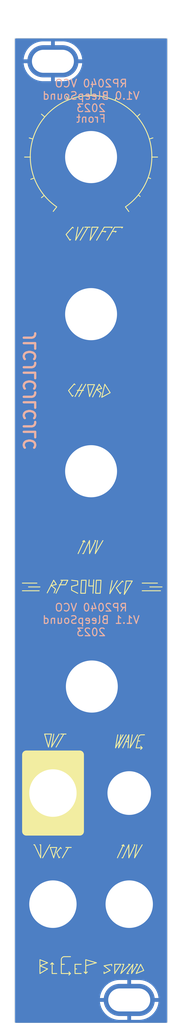
<source format=kicad_pcb>
(kicad_pcb (version 20221018) (generator pcbnew)
  (layers (0 "F.Cu" signal) (31 "B.Cu" signal) (34 "B.Paste" user) (35 "F.Paste" user) (36 "B.SilkS" user "B.Silkscreen") (37 "F.SilkS" user "F.Silkscreen") (38 "B.Mask" user) (39 "F.Mask" user) (44 "Edge.Cuts" user))
  (net 0 "")
  (net 1 "GND")
  (footprint "Synth:Doepfer Mounting hole" (layer "F.Cu") (at 116.5 30)
    (fp_text reference "H1" hide)
    (fp_text value "MountingHole_Pad")
    (pad "1" thru_hole oval (at 0 0) (size 6.7 4.2) (drill oval 5.5 3) (layers "*.Cu" "*.Mask") (net 1 "GND"))
  )
  (footprint "Synth:Doepfer Mounting hole" (layer "F.Cu") (at 126.5 152.5)
    (fp_text reference "H4" hide)
    (fp_text value "MountingHole_Pad")
    (pad "1" thru_hole oval (at 0 0) (size 6.7 4.2) (drill oval 5.5 3) (layers "*.Cu" "*.Mask") (net 1 "GND"))
  )
  (gr_line (start 115.8 147.65) (end 114.8 147.25) (stroke (width 0.12)) (layer "F.SilkS"))
  (gr_line (start 120.6 148.85) (end 120.8 149.05) (stroke (width 0.12)) (layer "F.SilkS"))
  (gr_line (start 125.4 147.85) (end 124.6 147.85) (stroke (width 0.12)) (layer "F.SilkS"))
  (gr_line (start 128 147.85) (end 128.4 148.65) (stroke (width 0.12)) (layer "F.SilkS"))
  (gr_line (start 126.9 97.825) (end 125.85 99.575) (stroke (width 0.12)) (layer "F.SilkS"))
  (gr_line (start 125.1 119.6) (end 126.1 117.9) (stroke (width 0.12)) (layer "F.SilkS"))
  (gr_line (start 118.55 72.975) (end 119.05 73.725) (stroke (width 0.12)) (layer "F.SilkS"))
  (gr_line (start 116.15 132.6) (end 117 132.6) (stroke (width 0.12)) (layer "F.SilkS"))
  (gr_line (start 124.25 97.775) (end 123.95 99.475) (stroke (width 0.12)) (layer "F.SilkS"))
  (gr_line (start 118.5 132.65) (end 117.75 133.95) (stroke (width 0.12)) (layer "F.SilkS"))
  (gr_line (start 120.8 149.05) (end 120.8 148.85) (stroke (width 0.12)) (layer "F.SilkS"))
  (gr_line (start 122.2 147.65) (end 120.8 148.05) (stroke (width 0.12)) (layer "F.SilkS"))
  (gr_line (start 116.615 117.8) (end 116.315 119.5) (stroke (width 0.12)) (layer "F.SilkS"))
  (gr_line (start 128.2 119.6) (end 128 119.8) (stroke (width 0.12)) (layer "F.SilkS"))
  (gr_line (start 121.625 51.65) (end 122.425 51.65) (stroke (width 0.12)) (layer "F.SilkS"))
  (gr_line (start 123.95 99.475) (end 124.95 97.775) (stroke (width 0.12)) (layer "F.SilkS"))
  (gr_arc (start 117 49) (mid 121.5 34.462851) (end 126 49) (stroke (width 0.12)) (layer "F.SilkS"))
  (gr_line (start 127.6 118.7) (end 127.9 118.7) (stroke (width 0.12)) (layer "F.SilkS"))
  (gr_line (start 114.9 133.95) (end 114.9 132.25) (stroke (width 0.12)) (layer "F.SilkS"))
  (gr_line (start 129.3 45.3) (end 128.99 45.19) (stroke (width 0.12)) (layer "F.SilkS"))
  (gr_line (start 118.725 53.35) (end 118.825 53.25) (stroke (width 0.12)) (layer "F.SilkS"))
  (gr_line (start 120.3 72.15) (end 119.4 73.75) (stroke (width 0.12)) (layer "F.SilkS"))
  (gr_line (start 115.415 117.8) (end 116.315 117.8) (stroke (width 0.12)) (layer "F.SilkS"))
  (gr_line (start 118.15 98.325) (end 117.35 98.325) (stroke (width 0.12)) (layer "F.SilkS"))
  (gr_line (start 126.45 132.25) (end 126.45 133.95) (stroke (width 0.12)) (layer "F.SilkS"))
  (gr_line (start 127 147.85) (end 126.2 149.05) (stroke (width 0.12)) (layer "F.SilkS"))
  (gr_line (start 118 146.85) (end 118.8 146.85) (stroke (width 0.12)) (layer "F.SilkS"))
  (gr_line (start 117.5 132.6) (end 117 133.25) (stroke (width 0.12)) (layer "F.SilkS"))
  (gr_line (start 118.225 52.6) (end 118.725 53.35) (stroke (width 0.12)) (layer "F.SilkS"))
  (gr_line (start 127.6 147.85) (end 127.4 147.85) (stroke (width 0.12)) (layer "F.SilkS"))
  (gr_line (start 119.75 97.825) (end 119.75 98.325) (stroke (width 0.12)) (layer "F.SilkS"))
  (gr_line (start 120.75 99.425) (end 120.15 99.425) (stroke (width 0.12)) (layer "F.SilkS"))
  (gr_line (start 121.25 97.675) (end 121.2 98.475) (stroke (width 0.12)) (layer "F.SilkS"))
  (gr_line (start 123.325 52.3) (end 123.425 52.2) (stroke (width 0.12)) (layer "F.SilkS"))
  (gr_line (start 130.6 99.1) (end 128.2 99.1) (stroke (width 0.12)) (layer "F.SilkS"))
  (gr_line (start 126.8 149.05) (end 127.6 147.85) (stroke (width 0.12)) (layer "F.SilkS"))
  (gr_line (start 116.4 149.05) (end 117 149.05) (stroke (width 0.12)) (layer "F.SilkS"))
  (gr_line (start 123.225 51.65) (end 122.225 53.35) (stroke (width 0.12)) (layer "F.SilkS"))
  (gr_line (start 118.45 97.725) (end 118.15 98.325) (stroke (width 0.12)) (layer "F.SilkS"))
  (gr_line (start 115.915 119.5) (end 115.415 117.8) (stroke (width 0.12)) (layer "F.SilkS"))
  (gr_line (start 122.2 97.725) (end 122.8 97.725) (stroke (width 0.12)) (layer "F.SilkS"))
  (gr_line (start 118.95 97.725) (end 119.75 97.825) (stroke (width 0.12)) (layer "F.SilkS"))
  (gr_line (start 119.4 147.85) (end 120.2 147.85) (stroke (width 0.12)) (layer "F.SilkS"))
  (gr_line (start 118.2 132.6) (end 118.9 132.6) (stroke (width 0.12)) (layer "F.SilkS"))
  (gr_line (start 118.95 98.525) (end 118.95 99.025) (stroke (width 0.12)) (layer "F.SilkS"))
  (gr_line (start 128 147.85) (end 127.4 149.05) (stroke (width 0.12)) (layer "F.SilkS"))
  (gr_line (start 122.55 72.15) (end 122.9 72.7) (stroke (width 0.12)) (layer "F.SilkS"))
  (gr_line (start 119.775 51.65) (end 119.475 53.35) (stroke (width 0.12)) (layer "F.SilkS"))
  (gr_line (start 121.375 53.35) (end 121.625 51.65) (stroke (width 0.12)) (layer "F.SilkS"))
  (gr_line (start 125.3 99.475) (end 125.4 99.325) (stroke (width 0.12)) (layer "F.SilkS"))
  (gr_line (start 121.2 98.475) (end 121.8 98.475) (stroke (width 0.12)) (layer "F.SilkS"))
  (gr_line (start 125.6 97.825) (end 124.8 98.725) (stroke (width 0.12)) (layer "F.SilkS"))
  (gr_line (start 112.5 98.1) (end 114.4 98.1) (stroke (width 0.12)) (layer "F.SilkS"))
  (gr_line (start 117.75 97.725) (end 116.9 99.425) (stroke (width 0.12)) (layer "F.SilkS"))
  (gr_line (start 122.9 72.7) (end 122.25 72.85) (stroke (width 0.12)) (layer "F.SilkS"))
  (gr_line (start 116.4 147.65) (end 116.4 149.05) (stroke (width 0.12)) (layer "F.SilkS"))
  (gr_line (start 126.6 119.6) (end 127.6 117.9) (stroke (width 0.12)) (layer "F.SilkS"))
  (gr_line (start 117.515 117.8) (end 118.215 117.8) (stroke (width 0.12)) (layer "F.SilkS"))
  (gr_line (start 122.35 92.55) (end 122.05 94.25) (stroke (width 0.12)) (layer "F.SilkS"))
  (gr_line (start 127.2 133.95) (end 128.2 132.25) (stroke (width 0.12)) (layer "F.SilkS"))
  (gr_line (start 125.6 97.825) (end 125.7 97.925) (stroke (width 0.12)) (layer "F.SilkS"))
  (gr_line (start 120.5 94.25) (end 121.3 92.55) (stroke (width 0.12)) (layer "F.SilkS"))
  (gr_line (start 119.3 72.1) (end 119.4 72.2) (stroke (width 0.12)) (layer "F.SilkS"))
  (gr_line (start 113.6 45.4) (end 114.04 45.24) (stroke (width 0.12)) (layer "F.SilkS"))
  (gr_line (start 117.6 147.25) (end 117.6 149.05) (stroke (width 0.12)) (layer "F.SilkS"))
  (gr_line (start 120.6 92.55) (end 120.7 92.75) (stroke (width 0.12)) (layer "F.SilkS"))
  (gr_line (start 127.89 36.9) (end 127.54 37.22) (stroke (width 0.12)) (layer "F.SilkS"))
  (gr_line (start 113.3 98.6) (end 114.8 98.6) (stroke (width 0.12)) (layer "F.SilkS"))
  (gr_line (start 117 132.6) (end 116.6 133.95) (stroke (width 0.12)) (layer "F.SilkS"))
  (gr_line (start 117.3 133.95) (end 117.4 133.85) (stroke (width 0.12)) (layer "F.SilkS"))
  (gr_line (start 123.225 51.65) (end 124.275 51.65) (stroke (width 0.12)) (layer "F.SilkS"))
  (gr_line (start 125.4 149.05) (end 126.6 147.85) (stroke (width 0.12)) (layer "F.SilkS"))
  (gr_line (start 122.9 73.85) (end 124 73.25) (stroke (width 0.12)) (layer "F.SilkS"))
  (gr_line (start 114.1 132.25) (end 114 132.25) (stroke (width 0.12)) (layer "F.SilkS"))
  (gr_line (start 123.2 148.05) (end 124 148.65) (stroke (width 0.12)) (layer "F.SilkS"))
  (gr_line (start 125.85 99.575) (end 126.1 97.825) (stroke (width 0.12)) (layer "F.SilkS"))
  (gr_line (start 122.1 99.425) (end 122.2 97.725) (stroke (width 0.12)) (layer "F.SilkS"))
  (gr_line (start 126.2 149.05) (end 126.4 149.05) (stroke (width 0.12)) (layer "F.SilkS"))
  (gr_line (start 120.5 94.25) (end 120.4 94.25) (stroke (width 0.12)) (layer "F.SilkS"))
  (gr_poly (pts (xy 112.514999 130.500001) (xy 112.517138 130.565546) (xy 112.551067 130.692168) (xy 112.616611 130.805695) (xy 112.709305 130.898389) (xy 112.822832 130.963933) (xy 112.949454 130.997862) (xy 113.014999 131.000001) (xy 120.015001 131.000001) (xy 120.080546 130.997862) (xy 120.207168 130.963933) (xy 120.320695 130.898389) (xy 120.413389 130.805695) (xy 120.478933 130.692168) (xy 120.512862 130.565546) (xy 120.515001 130.500001) (xy 120.515 120.5) (xy 120.512861 120.434455) (xy 120.478933 120.307833) (xy 120.413388 120.194306) (xy 120.320694 120.101612) (xy 120.207167 120.036067) (xy 120.080545 120.002139) (xy 120.015 120) (xy 113.014999 119.999999) (xy 112.949454 120.002138) (xy 112.822832 120.036067) (xy 112.709305 120.101611) (xy 112.616611 120.194305) (xy 112.551067 120.307832) (xy 112.517138 120.434454) (xy 112.514999 120.499999)) (stroke (width 0.1)) (fill solid) (layer "F.SilkS"))
  (gr_line (start 126.6 147.85) (end 126.4 147.85) (stroke (width 0.12)) (layer "F.SilkS"))
  (gr_line (start 122.8 97.725) (end 122.7 99.425) (stroke (width 0.12)) (layer "F.SilkS"))
  (gr_line (start 128.1 117.9) (end 128.5 117.9) (stroke (width 0.12)) (layer "F.SilkS"))
  (gr_line (start 120.8 149.05) (end 121 148.85) (stroke (width 0.12)) (layer "F.SilkS"))
  (gr_line (start 122.7 99.425) (end 122.1 99.425) (stroke (width 0.12)) (layer "F.SilkS"))
  (gr_line (start 125.75 132.25) (end 125.55 132.35) (stroke (width 0.12)) (layer "F.SilkS"))
  (gr_line (start 117.5 132.6) (end 117.6 132.75) (stroke (width 0.12)) (layer "F.SilkS"))
  (gr_line (start 117 49) (end 116.54 49.59) (stroke (width 0.12)) (layer "F.SilkS"))
  (gr_line (start 127.93 47.64) (end 127.69 47.44) (stroke (width 0.12)) (layer "F.SilkS"))
  (gr_line (start 119.075 51.65) (end 119.175 51.75) (stroke (width 0.12)) (layer "F.SilkS"))
  (gr_line (start 119.8 94.25) (end 120.6 92.55) (stroke (width 0.12)) (layer "F.SilkS"))
  (gr_line (start 124.95 133.95) (end 125.75 132.25) (stroke (width 0.12)) (layer "F.SilkS"))
  (gr_line (start 128.2 98.1) (end 130.2 98.1) (stroke (width 0.12)) (layer "F.SilkS"))
  (gr_line (start 112.79 42.5) (end 113.561612 42.5) (stroke (width 0.12)) (layer "F.SilkS"))
  (gr_line (start 124.8 34.7) (end 124.64 35.08) (stroke (width 0.12)) (layer "F.SilkS"))
  (gr_line (start 113.4 40) (end 113.86 40.14) (stroke (width 0.12)) (layer "F.SilkS"))
  (gr_line (start 119.75 98.325) (end 118.95 98.525) (stroke (width 0.12)) (layer "F.SilkS"))
  (gr_line (start 121.05 72.2) (end 121.95 72.2) (stroke (width 0.12)) (layer "F.SilkS"))
  (gr_line (start 129.6 40) (end 129.14 40.14) (stroke (width 0.12)) (layer "F.SilkS"))
  (gr_line (start 121.3 92.55) (end 121.3 94.25) (stroke (width 0.12)) (layer "F.SilkS"))
  (gr_line (start 116.4 147.65) (end 116.6 147.85) (stroke (width 0.12)) (layer "F.SilkS"))
  (gr_line (start 114.8 147.25) (end 114.8 149.05) (stroke (width 0.12)) (layer "F.SilkS"))
  (gr_line (start 118.95 99.025) (end 119.75 99.425) (stroke (width 0.12)) (layer "F.SilkS"))
  (gr_line (start 114.8 149.05) (end 115.8 148.45) (stroke (width 0.12)) (layer "F.SilkS"))
  (gr_line (start 116.315 119.5) (end 117.315 117.8) (stroke (width 0.12)) (layer "F.SilkS"))
  (gr_line (start 121.95 72.2) (end 121.3 73.75) (stroke (width 0.12)) (layer "F.SilkS"))
  (gr_line (start 120.6 92.55) (end 120.4 92.65) (stroke (width 0.12)) (layer "F.SilkS"))
  (gr_line (start 124.8 98.725) (end 125.3 99.475) (stroke (width 0.12)) (layer "F.SilkS"))
  (gr_arc (start 117.6 147.25) (mid 117.717157 146.967157) (end 118 146.85) (stroke (width 0.12)) (layer "F.SilkS"))
  (gr_line (start 117 133.25) (end 117.3 133.95) (stroke (width 0.12)) (layer "F.SilkS"))
  (gr_line (start 119.4 149.05) (end 120.2 149.05) (stroke (width 0.12)) (layer "F.SilkS"))
  (gr_line (start 126.45 117.9) (end 126.35 119.6) (stroke (width 0.12)) (layer "F.SilkS"))
  (gr_line (start 123.2 149.05) (end 123.2 148.85) (stroke (width 0.12)) (layer "F.SilkS"))
  (gr_line (start 122.55 72.15) (end 121.7 73.8) (stroke (width 0.12)) (layer "F.SilkS"))
  (gr_line (start 124.7 119.6) (end 125.7 117.9) (stroke (width 0.12)) (layer "F.SilkS"))
  (gr_line (start 126.45 117.9) (end 125.65 119.6) (stroke (width 0.12)) (layer "F.SilkS"))
  (gr_line (start 124.2625 52.2) (end 124.7875 52.2) (stroke (width 0.12)) (layer "F.SilkS"))
  (gr_line (start 125.8 147.85) (end 125.6 147.85) (stroke (width 0.12)) (layer "F.SilkS"))
  (gr_line (start 124.6875 52.3) (end 124.7875 52.2) (stroke (width 0.12)) (layer "F.SilkS"))
  (gr_line (start 119.4 147.85) (end 119.4 149.05) (stroke (width 0.12)) (layer "F.SilkS"))
  (gr_line (start 126.35 118.8) (end 126.05 118.8) (stroke (width 0.12)) (layer "F.SilkS"))
  (gr_line (start 125.75 132.25) (end 125.85 132.45) (stroke (width 0.12)) (layer "F.SilkS"))
  (gr_line (start 117.6 149.05) (end 118.8 149.05) (stroke (width 0.12)) (layer "F.SilkS"))
  (gr_line (start 116.1 132.25) (end 115.15 133.95) (stroke (width 0.12)) (layer "F.SilkS"))
  (gr_line (start 127.5 132.25) (end 127.2 133.95) (stroke (width 0.12)) (layer "F.SilkS"))
  (gr_line (start 124 148.65) (end 123.2 149.05) (stroke (width 0.12)) (layer "F.SilkS"))
  (gr_line (start 121.3 73.75) (end 121.05 72.2) (stroke (width 0.12)) (layer "F.SilkS"))
  (gr_line (start 126.1 97.825) (end 126.9 97.825) (stroke (width 0.12)) (layer "F.SilkS"))
  (gr_line (start 120.25 97.725) (end 120.85 97.725) (stroke (width 0.12)) (layer "F.SilkS"))
  (gr_line (start 116.4 147.65) (end 116.2 147.85) (stroke (width 0.12)) (layer "F.SilkS"))
  (gr_line (start 125.65 133.95) (end 125.55 133.95) (stroke (width 0.12)) (layer "F.SilkS"))
  (gr_line (start 116.95 98.275) (end 116.3 98.425) (stroke (width 0.12)) (layer "F.SilkS"))
  (gr_line (start 122.25 72.85) (end 122.8 73.3) (stroke (width 0.12)) (layer "F.SilkS"))
  (gr_line (start 117.55 97.725) (end 118.45 97.725) (stroke (width 0.12)) (layer "F.SilkS"))
  (gr_line (start 120.8 147.25) (end 120.8 149.05) (stroke (width 0.12)) (layer "F.SilkS"))
  (gr_line (start 114.7 99.1) (end 112.5 99.1) (stroke (width 0.12)) (layer "F.SilkS"))
  (gr_line (start 119.075 51.65) (end 118.225 52.6) (stroke (width 0.12)) (layer "F.SilkS"))
  (gr_line (start 119.475 53.35) (end 120.475 51.65) (stroke (width 0.12)) (layer "F.SilkS"))
  (gr_line (start 126.45 133.95) (end 127.25 132.25) (stroke (width 0.12)) (layer "F.SilkS"))
  (gr_line (start 127.7 118.3) (end 127.4 119.6) (stroke (width 0.12)) (layer "F.SilkS"))
  (gr_line (start 119.4 148.45) (end 119.6 148.45) (stroke (width 0.12)) (layer "F.SilkS"))
  (gr_line (start 124.6 147.85) (end 124.6 149.05) (stroke (width 0.12)) (layer "F.SilkS"))
  (gr_line (start 121.8 98.475) (end 121.75 99.425) (stroke (width 0.12)) (layer "F.SilkS"))
  (gr_line (start 126 49) (end 126.45 49.61) (stroke (width 0.12)) (layer "F.SilkS"))
  (gr_line (start 114.1 132.25) (end 114.9 133.95) (stroke (width 0.12)) (layer "F.SilkS"))
  (gr_line (start 120.8 147.25) (end 122.2 147.65) (stroke (width 0.12)) (layer "F.SilkS"))
  (gr_line (start 125.4 117.9) (end 125.1 119.6) (stroke (width 0.12)) (layer "F.SilkS"))
  (gr_line (start 115 36.9) (end 115.41 37.25) (stroke (width 0.12)) (layer "F.SilkS"))
  (gr_line (start 119.3 72.1) (end 118.55 72.975) (stroke (width 0.12)) (layer "F.SilkS"))
  (gr_line (start 121.075 51.65) (end 120.075 53.35) (stroke (width 0.12)) (layer "F.SilkS"))
  (gr_line (start 116.315 117.8) (end 115.915 119.5) (stroke (width 0.12)) (layer "F.SilkS"))
  (gr_line (start 129.444194 42.5) (end 130.215806 42.5) (stroke (width 0.12)) (layer "F.SilkS"))
  (gr_line (start 120.85 97.725) (end 120.75 99.425) (stroke (width 0.12)) (layer "F.SilkS"))
  (gr_line (start 118.3 34.6) (end 118.49 35.05) (stroke (width 0.12)) (layer "F.SilkS"))
  (gr_line (start 129.2 98.6) (end 130.8 98.6) (stroke (width 0.12)) (layer "F.SilkS"))
  (gr_line (start 120.675 51.65) (end 121.375 51.65) (stroke (width 0.12)) (layer "F.SilkS"))
  (gr_line (start 124.2 147.85) (end 123.2 148.05) (stroke (width 0.12)) (layer "F.SilkS"))
  (gr_line (start 125.65 133.95) (end 126.45 132.25) (stroke (width 0.12)) (layer "F.SilkS"))
  (gr_line (start 125.5375 51.75) (end 125.6375 51.65) (stroke (width 0.12)) (layer "F.SilkS"))
  (gr_line (start 127.25 132.25) (end 127.15 132.25) (stroke (width 0.12)) (layer "F.SilkS"))
  (gr_line (start 122.9 52.2) (end 123.425 52.2) (stroke (width 0.12)) (layer "F.SilkS"))
  (gr_line (start 116.6 97.725) (end 115.75 99.375) (stroke (width 0.12)) (layer "F.SilkS"))
  (gr_line (start 124.2 147.85) (end 124.2 148.05) (stroke (width 0.12)) (layer "F.SilkS"))
  (gr_line (start 123.3 72.15) (end 122.9 73.85) (stroke (width 0.12)) (layer "F.SilkS"))
  (gr_line (start 121.5 34.461611) (end 121.5 33.5) (stroke (width 0.12)) (layer "F.SilkS"))
  (gr_line (start 127.4 119.6) (end 128.1 119.6) (stroke (width 0.12)) (layer "F.SilkS"))
  (gr_line (start 116.3 98.425) (end 116.85 98.875) (stroke (width 0.12)) (layer "F.SilkS"))
  (gr_line (start 121.3 94.25) (end 122.1 92.55) (stroke (width 0.12)) (layer "F.SilkS"))
  (gr_line (start 122.05 94.25) (end 123.05 92.55) (stroke (width 0.12)) (layer "F.SilkS"))
  (gr_line (start 117.915 117.8) (end 116.915 119.5) (stroke (width 0.12)) (layer "F.SilkS"))
  (gr_line (start 120.8 72.15) (end 119.9 73.75) (stroke (width 0.12)) (layer "F.SilkS"))
  (gr_line (start 125.8 147.85) (end 125.4 149.05) (stroke (width 0.12)) (layer "F.SilkS"))
  (gr_line (start 115 47.8) (end 115.35 47.51) (stroke (width 0.12)) (layer "F.SilkS"))
  (gr_line (start 124 73.25) (end 123.3 72.15) (stroke (width 0.12)) (layer "F.SilkS"))
  (gr_line (start 118.8 149.05) (end 118.6 148.85) (stroke (width 0.12)) (layer "F.SilkS"))
  (gr_line (start 120.15 99.425) (end 120.25 97.725) (stroke (width 0.12)) (layer "F.SilkS"))
  (gr_line (start 115.8 148.45) (end 114.8 148.05) (stroke (width 0.12)) (layer "F.SilkS"))
  (gr_line (start 114.9 132.25) (end 114.8 132.25) (stroke (width 0.12)) (layer "F.SilkS"))
  (gr_line (start 128.2 119.6) (end 128 119.4) (stroke (width 0.12)) (layer "F.SilkS"))
  (gr_line (start 118.8 149.05) (end 118.6 149.25) (stroke (width 0.12)) (layer "F.SilkS"))
  (gr_line (start 122.1 92.55) (end 122 92.55) (stroke (width 0.12)) (layer "F.SilkS"))
  (gr_line (start 125 117.9) (end 124.7 119.6) (stroke (width 0.12)) (layer "F.SilkS"))
  (gr_line (start 119.05 73.725) (end 119.15 73.625) (stroke (width 0.12)) (layer "F.SilkS"))
  (gr_line (start 116.6 97.725) (end 116.95 98.275) (stroke (width 0.12)) (layer "F.SilkS"))
  (gr_line (start 117.6 147.85) (end 118 147.85) (stroke (width 0.12)) (layer "F.SilkS"))
  (gr_line (start 127.4 149.05) (end 128.4 148.65) (stroke (width 0.12)) (layer "F.SilkS"))
  (gr_line (start 124.5875 51.65) (end 125.6375 51.65) (stroke (width 0.12)) (layer "F.SilkS"))
  (gr_line (start 116.6 133.95) (end 116.15 132.6) (stroke (width 0.12)) (layer "F.SilkS"))
  (gr_line (start 127 147.85) (end 126.8 149.05) (stroke (width 0.12)) (layer "F.SilkS"))
  (gr_line (start 119.7 72.95) (end 120.5 72.95) (stroke (width 0.12)) (layer "F.SilkS"))
  (gr_line (start 121.8 98.475) (end 121.85 97.675) (stroke (width 0.12)) (layer "F.SilkS"))
  (gr_line (start 124.175 51.75) (end 124.275 51.65) (stroke (width 0.12)) (layer "F.SilkS"))
  (gr_line (start 126.9 117.9) (end 126.6 119.6) (stroke (width 0.12)) (layer "F.SilkS"))
  (gr_arc (start 127.7 118.3) (mid 127.817157 118.017157) (end 128.1 117.9) (stroke (width 0.12)) (layer "F.SilkS"))
  (gr_line (start 114.8 148.05) (end 115.8 147.65) (stroke (width 0.12)) (layer "F.SilkS"))
  (gr_line (start 122.8 73.3) (end 122.6 73.8) (stroke (width 0.12)) (layer "F.SilkS"))
  (gr_line (start 122.425 51.65) (end 121.375 53.35) (stroke (width 0.12)) (layer "F.SilkS"))
  (gr_line (start 124.6 149.05) (end 125.4 147.85) (stroke (width 0.12)) (layer "F.SilkS"))
  (gr_line (start 124.5875 51.65) (end 123.5875 53.35) (stroke (width 0.12)) (layer "F.SilkS"))
  (gr_line (start 116.85 98.875) (end 116.65 99.375) (stroke (width 0.12)) (layer "F.SilkS"))
  (gr_line (start 131.5 27) (end 131.5 155.5) (stroke (width 0.05)) (layer "Edge.Cuts"))
  (gr_line (start 111.5 155.5) (end 111.499999 151.000001) (stroke (width 0.05)) (layer "Edge.Cuts"))
  (gr_line (start 111.5 27) (end 111.499999 151.000001) (stroke (width 0.05)) (layer "Edge.Cuts"))
  (gr_line (start 131.5 155.5) (end 111.5 155.5) (stroke (width 0.05)) (layer "Edge.Cuts"))
  (gr_line (start 111.5 27) (end 131.5 27) (stroke (width 0.05)) (layer "Edge.Cuts"))
  (gr_text "Front\n" (at 121.5 37.5) (layer "B.SilkS") (effects (font (size 1 1)) (justify mirror)))
  (gr_text "JLCJLCJLCJLC" (at 113.5 73 -270) (layer "B.SilkS") (effects (font (size 1.5 1.5) (thickness 0.3)) (justify mirror)))
  (gr_text "RP2040 VCO\nV1.1 BleepSound\n2023" (at 121.5 102.9) (layer "B.SilkS") (effects (font (size 1 1)) (justify mirror)))
  (gr_text "RP2040 VCO\nV1.0 BleepSound\n2023" (at 121.5 34.5) (layer "B.SilkS") (effects (font (size 1 1)) (justify mirror)))
  (via (at 116.5 140) (size 8) (drill 6.2) (layers "F.Cu" "B.Cu") (net 1))
  (via (at 126.5 140) (size 8) (drill 6.2) (layers "F.Cu" "B.Cu") (net 1))
  (via (at 121.5 63) (size 8.5) (drill 6.8) (layers "F.Cu" "B.Cu") (net 1))
  (via (at 126.5 125.5) (size 7.8) (drill 5.7) (layers "F.Cu" "B.Cu") (net 1))
  (via (at 121.5 83.5) (size 8.5) (drill 6.8) (layers "F.Cu" "B.Cu") (net 1))
  (via (at 121.5 42.5) (size 8.5) (drill 6.8) (layers "F.Cu" "B.Cu") (net 1))
  (via (at 121.6 111.6) (size 8.5) (drill 6.8) (layers "F.Cu" "B.Cu") (net 1))
  (via (at 116.5 125.5) (size 8) (drill 6.2) (layers "F.Cu" "B.Cu") (net 1))
  (zone (net 1) (net_name "GND") (layer "B.Cu") (priority 1) (connect_pads (clearance 0.508)) (min_thickness 0.25) (fill yes (thermal_gap 0.5) (thermal_bridge_width 0.5))
    (polygon (pts (xy 111.5 155.5) (xy 131.5 155.5) (xy 131.5 27) (xy 111.5 27)))
  )
)
</source>
